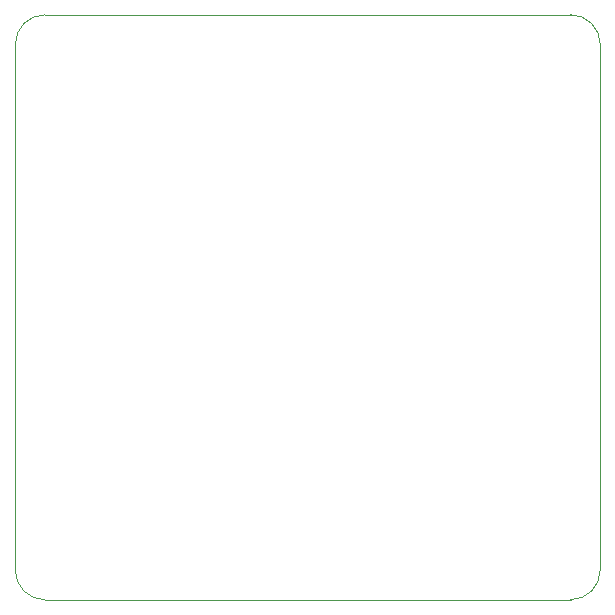
<source format=gbr>
%TF.GenerationSoftware,KiCad,Pcbnew,7.0.9*%
%TF.CreationDate,2023-12-18T09:55:38-05:00*%
%TF.ProjectId,_HW_EPaper,5f48575f-4550-4617-9065-722e6b696361,v1.0*%
%TF.SameCoordinates,Original*%
%TF.FileFunction,Profile,NP*%
%FSLAX46Y46*%
G04 Gerber Fmt 4.6, Leading zero omitted, Abs format (unit mm)*
G04 Created by KiCad (PCBNEW 7.0.9) date 2023-12-18 09:55:38*
%MOMM*%
%LPD*%
G01*
G04 APERTURE LIST*
%TA.AperFunction,Profile*%
%ADD10C,0.100000*%
%TD*%
G04 APERTURE END LIST*
D10*
X101600000Y-161330000D02*
X101600000Y-116800000D01*
X148630000Y-163830000D02*
G75*
G03*
X151130000Y-161330000I0J2500000D01*
G01*
X148630000Y-163830000D02*
X104100000Y-163830000D01*
X104100000Y-114300000D02*
X148630000Y-114300000D01*
X104100000Y-114300000D02*
G75*
G03*
X101600000Y-116800000I0J-2500000D01*
G01*
X151130000Y-116800000D02*
X151130000Y-161330000D01*
X151130000Y-116800000D02*
G75*
G03*
X148630000Y-114300000I-2500000J0D01*
G01*
X101600000Y-161330000D02*
G75*
G03*
X104100000Y-163830000I2500000J0D01*
G01*
M02*

</source>
